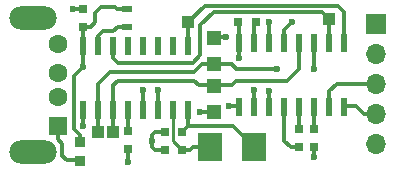
<source format=gbr>
G04 #@! TF.FileFunction,Copper,L1,Top,Signal*
%FSLAX46Y46*%
G04 Gerber Fmt 4.6, Leading zero omitted, Abs format (unit mm)*
G04 Created by KiCad (PCBNEW 4.0.7-e2-6376~61~ubuntu18.04.1) date Fri Aug 31 14:25:44 2018*
%MOMM*%
%LPD*%
G01*
G04 APERTURE LIST*
%ADD10C,0.100000*%
%ADD11R,0.600000X1.500000*%
%ADD12R,1.700000X1.700000*%
%ADD13O,1.700000X1.700000*%
%ADD14R,2.000000X2.400000*%
%ADD15R,0.800000X0.750000*%
%ADD16R,0.750000X0.800000*%
%ADD17R,0.900000X0.500000*%
%ADD18C,1.600000*%
%ADD19R,1.600000X1.500000*%
%ADD20O,4.000000X2.000000*%
%ADD21R,0.950000X0.875000*%
%ADD22R,1.200000X1.200000*%
%ADD23R,1.000000X1.000000*%
%ADD24C,0.600000*%
%ADD25C,0.300000*%
%ADD26C,0.250000*%
%ADD27C,0.350000*%
G04 APERTURE END LIST*
D10*
D11*
X107061000Y-94902000D03*
X108331000Y-94902000D03*
X109601000Y-94902000D03*
X110871000Y-94902000D03*
X112141000Y-94902000D03*
X113411000Y-94902000D03*
X114681000Y-94902000D03*
X115951000Y-94902000D03*
X115951000Y-89502000D03*
X114681000Y-89502000D03*
X113411000Y-89502000D03*
X112141000Y-89502000D03*
X110871000Y-89502000D03*
X109601000Y-89502000D03*
X108331000Y-89502000D03*
X107061000Y-89502000D03*
D12*
X131826000Y-87630000D03*
D13*
X131826000Y-90170000D03*
X131826000Y-92710000D03*
X131826000Y-95250000D03*
X131826000Y-97790000D03*
D11*
X120269000Y-94648000D03*
X121539000Y-94648000D03*
X122809000Y-94648000D03*
X124079000Y-94648000D03*
X125349000Y-94648000D03*
X126619000Y-94648000D03*
X127889000Y-94648000D03*
X129159000Y-94648000D03*
X129159000Y-89248000D03*
X127889000Y-89248000D03*
X126619000Y-89248000D03*
X125349000Y-89248000D03*
X124079000Y-89248000D03*
X122809000Y-89248000D03*
X121539000Y-89248000D03*
X120269000Y-89248000D03*
D14*
X117784000Y-98044000D03*
X121484000Y-98044000D03*
D15*
X113931000Y-98298000D03*
X115431000Y-98298000D03*
D16*
X110871000Y-96709800D03*
X110871000Y-98209800D03*
D15*
X113931000Y-96774000D03*
X115431000Y-96774000D03*
D16*
X107061000Y-86346600D03*
X107061000Y-87846600D03*
D15*
X120154000Y-87503000D03*
X121654000Y-87503000D03*
D16*
X126619000Y-96532000D03*
X126619000Y-98032000D03*
X125349000Y-96532000D03*
X125349000Y-98032000D03*
D17*
X110744000Y-87872000D03*
X110744000Y-86372000D03*
D18*
X104900000Y-91800000D03*
X104900000Y-89300000D03*
X104900000Y-93800000D03*
D19*
X104900000Y-96300000D03*
D20*
X102800000Y-98500000D03*
X102800000Y-87100000D03*
D21*
X106807000Y-99212500D03*
X106807000Y-97637500D03*
D22*
X118110000Y-88816000D03*
X118110000Y-91016000D03*
X118110000Y-95080000D03*
X118110000Y-92880000D03*
D23*
X109601000Y-96774000D03*
X108331000Y-96774000D03*
X127889000Y-87249000D03*
X115951000Y-87503000D03*
D24*
X120269000Y-90551000D03*
X107061000Y-91313000D03*
X126619000Y-98933000D03*
X112903000Y-97536000D03*
X110871000Y-99314000D03*
X106172000Y-86360000D03*
X107061000Y-96266000D03*
X112141000Y-93218000D03*
X113411000Y-93218000D03*
X122809000Y-87503000D03*
X124714000Y-87503000D03*
X126619000Y-91440000D03*
X123444000Y-91440000D03*
X119380000Y-94615000D03*
X119126000Y-88773000D03*
X116967000Y-95123000D03*
X121539000Y-93218000D03*
X122809000Y-93345000D03*
D25*
X108077000Y-86741000D02*
X108585000Y-86233000D01*
X109728000Y-86233000D02*
X108585000Y-86233000D01*
X109867000Y-86372000D02*
X110744000Y-86372000D01*
X109728000Y-86233000D02*
X109867000Y-86372000D01*
X108077000Y-86741000D02*
X108077000Y-87503000D01*
X108077000Y-87503000D02*
X107733400Y-87846600D01*
X107696000Y-87846600D02*
X107733400Y-87846600D01*
X107061000Y-87846600D02*
X107696000Y-87846600D01*
D26*
X107061000Y-87846600D02*
X107061000Y-87839000D01*
D25*
X120269000Y-90551000D02*
X120269000Y-89248000D01*
D27*
X107061000Y-91313000D02*
X106299000Y-92075000D01*
X107061000Y-89502000D02*
X107061000Y-91313000D01*
X106299000Y-92075000D02*
X106299000Y-96520000D01*
X106807000Y-97028000D02*
X106299000Y-96520000D01*
X106807000Y-97637500D02*
X106807000Y-97028000D01*
D25*
X110744000Y-86372000D02*
X110756000Y-86360000D01*
X120154000Y-87503000D02*
X120269000Y-87618000D01*
X120269000Y-87618000D02*
X120269000Y-89248000D01*
X110744000Y-86372000D02*
X110732000Y-86360000D01*
X107061000Y-87846600D02*
X107061000Y-89502000D01*
X126619000Y-98032000D02*
X126619000Y-98933000D01*
X121654000Y-87503000D02*
X121539000Y-87618000D01*
X121539000Y-87618000D02*
X121539000Y-89248000D01*
X113157000Y-98298000D02*
X112903000Y-98044000D01*
X113931000Y-96774000D02*
X113157000Y-96774000D01*
X112903000Y-97028000D02*
X112903000Y-97536000D01*
X112903000Y-97028000D02*
X113157000Y-96774000D01*
X113157000Y-98298000D02*
X113931000Y-98298000D01*
X112903000Y-98044000D02*
X112903000Y-97536000D01*
X110871000Y-98209800D02*
X110871000Y-99314000D01*
X107061000Y-86346600D02*
X107047600Y-86360000D01*
X107047600Y-86360000D02*
X106172000Y-86360000D01*
X107061000Y-94902000D02*
X107061000Y-96266000D01*
X110871000Y-94902000D02*
X110871000Y-96709800D01*
D27*
X104902000Y-97409000D02*
X105283000Y-97790000D01*
X105664000Y-99187000D02*
X105283000Y-98806000D01*
X105664000Y-99187000D02*
X106781500Y-99187000D01*
X105283000Y-97790000D02*
X105283000Y-98806000D01*
X106807000Y-99212500D02*
X106781500Y-99187000D01*
D25*
X104900000Y-96300000D02*
X104902000Y-96302000D01*
D27*
X104902000Y-96302000D02*
X104902000Y-97409000D01*
D25*
X112141000Y-94902000D02*
X112141000Y-93218000D01*
X113411000Y-93218000D02*
X113411000Y-94902000D01*
D27*
X122809000Y-87503000D02*
X122809000Y-89248000D01*
X124079000Y-88138000D02*
X124714000Y-87503000D01*
X124079000Y-89248000D02*
X124079000Y-88138000D01*
X127889000Y-93345000D02*
X128524000Y-92710000D01*
X131953000Y-92710000D02*
X128524000Y-92710000D01*
X127889000Y-93345000D02*
X127889000Y-94648000D01*
X129159000Y-94648000D02*
X129192000Y-94615000D01*
X129192000Y-94615000D02*
X130175000Y-94615000D01*
X130810000Y-95250000D02*
X131953000Y-95250000D01*
X130810000Y-95250000D02*
X130175000Y-94615000D01*
D25*
X108331000Y-94902000D02*
X108331000Y-96774000D01*
X116459000Y-91694000D02*
X109347000Y-91694000D01*
X118067000Y-91059000D02*
X117094000Y-91059000D01*
X109347000Y-91694000D02*
X108331000Y-92710000D01*
X108331000Y-92710000D02*
X108331000Y-94902000D01*
X117094000Y-91059000D02*
X116459000Y-91694000D01*
X118067000Y-91059000D02*
X118110000Y-91016000D01*
X118110000Y-91016000D02*
X118153000Y-91059000D01*
X118153000Y-91059000D02*
X119634000Y-91059000D01*
X126619000Y-91440000D02*
X126619000Y-89248000D01*
X120015000Y-91440000D02*
X123444000Y-91440000D01*
X119634000Y-91059000D02*
X120015000Y-91440000D01*
X109601000Y-94902000D02*
X109601000Y-96774000D01*
X118110000Y-92880000D02*
X118067000Y-92837000D01*
X118067000Y-92837000D02*
X116840000Y-92837000D01*
X116840000Y-92837000D02*
X116459000Y-92456000D01*
X125349000Y-89248000D02*
X125349000Y-91440000D01*
X125349000Y-91440000D02*
X124333000Y-92456000D01*
X118153000Y-92837000D02*
X119634000Y-92837000D01*
X119634000Y-92837000D02*
X120015000Y-92456000D01*
X120015000Y-92456000D02*
X124333000Y-92456000D01*
X109982000Y-92456000D02*
X116459000Y-92456000D01*
X109601000Y-94902000D02*
X109601000Y-92837000D01*
X109982000Y-92456000D02*
X109601000Y-92837000D01*
X118110000Y-86614000D02*
X127254000Y-86614000D01*
X116967000Y-87757000D02*
X118110000Y-86614000D01*
X116967000Y-90297000D02*
X116332000Y-90932000D01*
X116332000Y-90932000D02*
X109982000Y-90932000D01*
X116967000Y-90297000D02*
X116967000Y-87757000D01*
X109601000Y-90551000D02*
X109982000Y-90932000D01*
X109601000Y-89502000D02*
X109601000Y-90551000D01*
X127254000Y-86614000D02*
X127889000Y-87249000D01*
X127889000Y-87249000D02*
X127889000Y-89248000D01*
X117348000Y-86106000D02*
X128651000Y-86106000D01*
X129159000Y-86614000D02*
X128651000Y-86106000D01*
X129159000Y-89248000D02*
X129159000Y-86614000D01*
X117348000Y-86106000D02*
X115951000Y-87503000D01*
X115951000Y-89502000D02*
X115951000Y-87503000D01*
X115431000Y-98298000D02*
X116078000Y-98298000D01*
X116332000Y-98044000D02*
X117784000Y-98044000D01*
X116078000Y-98298000D02*
X116332000Y-98044000D01*
D26*
X114681000Y-94902000D02*
X114681000Y-97536000D01*
X114681000Y-97548000D02*
X115431000Y-98298000D01*
X115951000Y-96254000D02*
X115963000Y-96266000D01*
D25*
X119706000Y-96266000D02*
X121484000Y-98044000D01*
X115963000Y-96266000D02*
X119706000Y-96266000D01*
X115431000Y-96774000D02*
X115951000Y-96254000D01*
X115951000Y-96254000D02*
X115951000Y-94902000D01*
X125349000Y-94648000D02*
X125349000Y-96532000D01*
X120269000Y-94648000D02*
X120236000Y-94615000D01*
X120236000Y-94615000D02*
X119380000Y-94615000D01*
X126619000Y-94648000D02*
X126619000Y-96532000D01*
X124079000Y-94648000D02*
X124079000Y-97512000D01*
X124599000Y-98032000D02*
X125349000Y-98032000D01*
X124079000Y-97512000D02*
X124599000Y-98032000D01*
X118110000Y-88816000D02*
X118153000Y-88773000D01*
X118153000Y-88773000D02*
X119126000Y-88773000D01*
X118110000Y-95080000D02*
X118067000Y-95123000D01*
X118067000Y-95123000D02*
X116967000Y-95123000D01*
X118110000Y-95080000D02*
X118153000Y-95123000D01*
X108331000Y-88646000D02*
X108712000Y-88265000D01*
X108331000Y-89502000D02*
X108331000Y-88646000D01*
X109601000Y-88265000D02*
X108712000Y-88265000D01*
X109601000Y-88265000D02*
X109982000Y-87884000D01*
X109982000Y-87884000D02*
X110732000Y-87884000D01*
X110744000Y-87872000D02*
X110732000Y-87884000D01*
X121539000Y-94648000D02*
X121539000Y-93218000D01*
X122809000Y-93345000D02*
X122809000Y-94648000D01*
M02*

</source>
